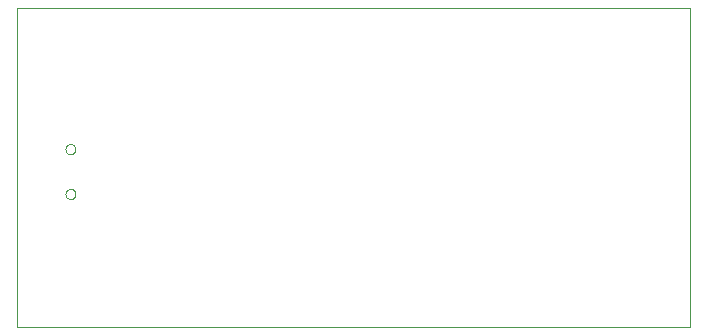
<source format=gbp>
G75*
G70*
%OFA0B0*%
%FSLAX24Y24*%
%IPPOS*%
%LPD*%
%AMOC8*
5,1,8,0,0,1.08239X$1,22.5*
%
%ADD10C,0.0000*%
D10*
X001213Y000274D02*
X001213Y010904D01*
X023654Y010904D01*
X023654Y000274D01*
X001213Y000274D01*
X002834Y004707D02*
X002836Y004732D01*
X002842Y004757D01*
X002851Y004781D01*
X002864Y004803D01*
X002881Y004823D01*
X002900Y004840D01*
X002921Y004854D01*
X002945Y004864D01*
X002969Y004871D01*
X002995Y004874D01*
X003020Y004873D01*
X003045Y004868D01*
X003069Y004859D01*
X003092Y004847D01*
X003112Y004832D01*
X003130Y004813D01*
X003145Y004792D01*
X003156Y004769D01*
X003164Y004745D01*
X003168Y004720D01*
X003168Y004694D01*
X003164Y004669D01*
X003156Y004645D01*
X003145Y004622D01*
X003130Y004601D01*
X003112Y004582D01*
X003092Y004567D01*
X003069Y004555D01*
X003045Y004546D01*
X003020Y004541D01*
X002995Y004540D01*
X002969Y004543D01*
X002945Y004550D01*
X002921Y004560D01*
X002900Y004574D01*
X002881Y004591D01*
X002864Y004611D01*
X002851Y004633D01*
X002842Y004657D01*
X002836Y004682D01*
X002834Y004707D01*
X002834Y006203D02*
X002836Y006228D01*
X002842Y006253D01*
X002851Y006277D01*
X002864Y006299D01*
X002881Y006319D01*
X002900Y006336D01*
X002921Y006350D01*
X002945Y006360D01*
X002969Y006367D01*
X002995Y006370D01*
X003020Y006369D01*
X003045Y006364D01*
X003069Y006355D01*
X003092Y006343D01*
X003112Y006328D01*
X003130Y006309D01*
X003145Y006288D01*
X003156Y006265D01*
X003164Y006241D01*
X003168Y006216D01*
X003168Y006190D01*
X003164Y006165D01*
X003156Y006141D01*
X003145Y006118D01*
X003130Y006097D01*
X003112Y006078D01*
X003092Y006063D01*
X003069Y006051D01*
X003045Y006042D01*
X003020Y006037D01*
X002995Y006036D01*
X002969Y006039D01*
X002945Y006046D01*
X002921Y006056D01*
X002900Y006070D01*
X002881Y006087D01*
X002864Y006107D01*
X002851Y006129D01*
X002842Y006153D01*
X002836Y006178D01*
X002834Y006203D01*
M02*

</source>
